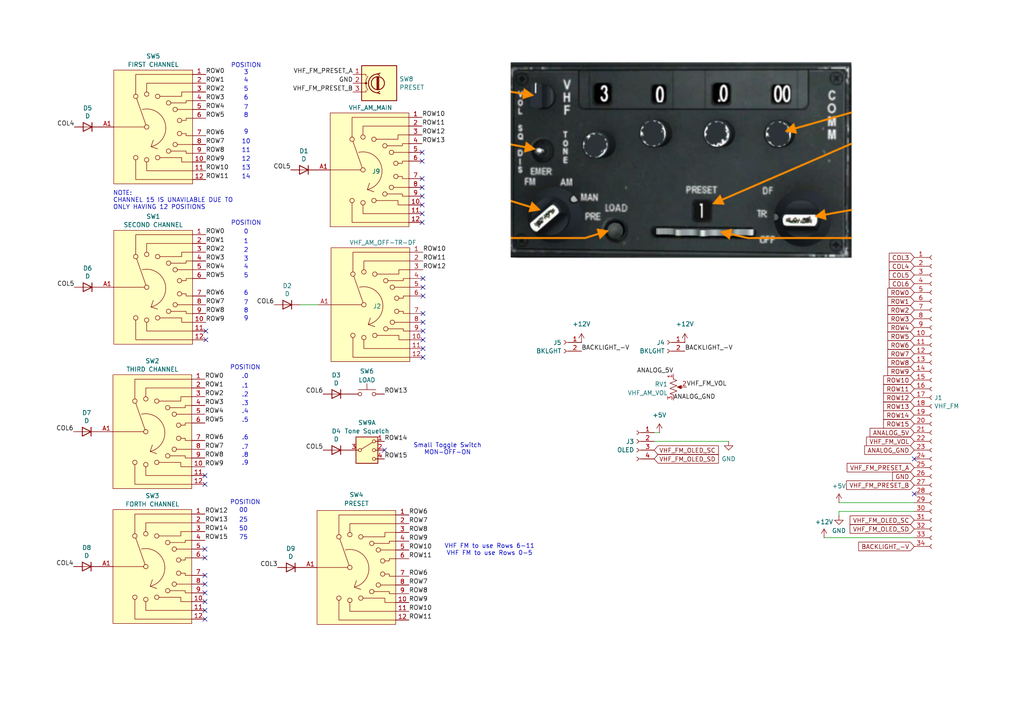
<source format=kicad_sch>
(kicad_sch (version 20231120) (generator "eeschema") (generator_version "8.0")
  (paper "A4")
  (title_block (date "2024-08-10"))
  (lib_symbols
    (symbol "Connector:Conn_01x02_Socket" (pin_names (offset 1.016) hide)
      (property "Reference" "J" (at 0 2.54 0))
      (property "Value" "Conn_01x02_Socket" (at 0 -5.08 0))
      (symbol "Conn_01x02_Socket_1_1"
        (arc (start 0 -2.032) (mid -0.5058 -2.54) (end 0 -3.048) (stroke (width 0.1524)))
        (polyline (pts (xy -1.27 -2.54) (xy -0.508 -2.54)) (stroke (width 0.1524)))
        (polyline (pts (xy -1.27 0) (xy -0.508 0)) (stroke (width 0.1524)))
        (arc (start 0 0.508) (mid -0.5058 0) (end 0 -0.508) (stroke (width 0.1524)))
        (pin passive line (at -5.08 0 0) (length 3.81) (name "Pin_1") (number "1"))
        (pin passive line (at -5.08 -2.54 0) (length 3.81) (name "Pin_2") (number "2"))
      )
    )
    (symbol "Connector:Conn_01x04_Socket" (pin_names (offset 1.016) hide)
      (property "Reference" "J" (at 0 5.08 0))
      (property "Value" "Conn_01x04_Socket" (at 0 -7.62 0))
      (symbol "Conn_01x04_Socket_1_1"
        (arc (start 0 -4.572) (mid -0.5058 -5.08) (end 0 -5.588) (stroke (width 0.1524)))
        (arc (start 0 -2.032) (mid -0.5058 -2.54) (end 0 -3.048) (stroke (width 0.1524)))
        (polyline (pts (xy -1.27 -5.08) (xy -0.508 -5.08)) (stroke (width 0.1524)))
        (polyline (pts (xy -1.27 -2.54) (xy -0.508 -2.54)) (stroke (width 0.1524)))
        (polyline (pts (xy -1.27 0) (xy -0.508 0)) (stroke (width 0.1524)))
        (polyline (pts (xy -1.27 2.54) (xy -0.508 2.54)) (stroke (width 0.1524)))
        (arc (start 0 0.508) (mid -0.5058 0) (end 0 -0.508) (stroke (width 0.1524)))
        (arc (start 0 3.048) (mid -0.5058 2.54) (end 0 2.032) (stroke (width 0.1524)))
        (pin passive line (at -5.08 2.54 0) (length 3.81) (name "Pin_1") (number "1"))
        (pin passive line (at -5.08 0 0) (length 3.81) (name "Pin_2") (number "2"))
        (pin passive line (at -5.08 -2.54 0) (length 3.81) (name "Pin_3") (number "3"))
        (pin passive line (at -5.08 -5.08 0) (length 3.81) (name "Pin_4") (number "4"))
      )
    )
    (symbol "Connector:Conn_01x34_Socket" (pin_names (offset 1.016) hide)
      (property "Reference" "J" (at 0 43.18 0))
      (property "Value" "Conn_01x34_Socket" (at 0 -45.72 0))
      (symbol "Conn_01x34_Socket_1_1"
        (arc (start 0 -42.672) (mid -0.5058 -43.18) (end 0 -43.688) (stroke (width 0.1524)))
        (arc (start 0 -40.132) (mid -0.5058 -40.64) (end 0 -41.148) (stroke (width 0.1524)))
        (arc (start 0 -37.592) (mid -0.5058 -38.1) (end 0 -38.608) (stroke (width 0.1524)))
        (arc (start 0 -35.052) (mid -0.5058 -35.56) (end 0 -36.068) (stroke (width 0.1524)))
        (arc (start 0 -32.512) (mid -0.5058 -33.02) (end 0 -33.528) (stroke (width 0.1524)))
        (arc (start 0 -29.972) (mid -0.5058 -30.48) (end 0 -30.988) (stroke (width 0.1524)))
        (arc (start 0 -27.432) (mid -0.5058 -27.94) (end 0 -28.448) (stroke (width 0.1524)))
        (arc (start 0 -24.892) (mid -0.5058 -25.4) (end 0 -25.908) (stroke (width 0.1524)))
        (arc (start 0 -22.352) (mid -0.5058 -22.86) (end 0 -23.368) (stroke (width 0.1524)))
        (arc (start 0 -19.812) (mid -0.5058 -20.32) (end 0 -20.828) (stroke (width 0.1524)))
        (arc (start 0 -17.272) (mid -0.5058 -17.78) (end 0 -18.288) (stroke (width 0.1524)))
        (arc (start 0 -14.732) (mid -0.5058 -15.24) (end 0 -15.748) (stroke (width 0.1524)))
        (arc (start 0 -12.192) (mid -0.5058 -12.7) (end 0 -13.208) (stroke (width 0.1524)))
        (arc (start 0 -9.652) (mid -0.5058 -10.16) (end 0 -10.668) (stroke (width 0.1524)))
        (arc (start 0 -7.112) (mid -0.5058 -7.62) (end 0 -8.128) (stroke (width 0.1524)))
        (arc (start 0 -4.572) (mid -0.5058 -5.08) (end 0 -5.588) (stroke (width 0.1524)))
        (arc (start 0 -2.032) (mid -0.5058 -2.54) (end 0 -3.048) (stroke (width 0.1524)))
        (polyline (pts (xy -1.27 -43.18) (xy -0.508 -43.18)) (stroke (width 0.1524)))
        (polyline (pts (xy -1.27 -40.64) (xy -0.508 -40.64)) (stroke (width 0.1524)))
        (polyline (pts (xy -1.27 -38.1) (xy -0.508 -38.1)) (stroke (width 0.1524)))
        (polyline (pts (xy -1.27 -35.56) (xy -0.508 -35.56)) (stroke (width 0.1524)))
        (polyline (pts (xy -1.27 -33.02) (xy -0.508 -33.02)) (stroke (width 0.1524)))
        (polyline (pts (xy -1.27 -30.48) (xy -0.508 -30.48)) (stroke (width 0.1524)))
        (polyline (pts (xy -1.27 -27.94) (xy -0.508 -27.94)) (stroke (width 0.1524)))
        (polyline (pts (xy -1.27 -25.4) (xy -0.508 -25.4)) (stroke (width 0.1524)))
        (polyline (pts (xy -1.27 -22.86) (xy -0.508 -22.86)) (stroke (width 0.1524)))
        (polyline (pts (xy -1.27 -20.32) (xy -0.508 -20.32)) (stroke (width 0.1524)))
        (polyline (pts (xy -1.27 -17.78) (xy -0.508 -17.78)) (stroke (width 0.1524)))
        (polyline (pts (xy -1.27 -15.24) (xy -0.508 -15.24)) (stroke (width 0.1524)))
        (polyline (pts (xy -1.27 -12.7) (xy -0.508 -12.7)) (stroke (width 0.1524)))
        (polyline (pts (xy -1.27 -10.16) (xy -0.508 -10.16)) (stroke (width 0.1524)))
        (polyline (pts (xy -1.27 -7.62) (xy -0.508 -7.62)) (stroke (width 0.1524)))
        (polyline (pts (xy -1.27 -5.08) (xy -0.508 -5.08)) (stroke (width 0.1524)))
        (polyline (pts (xy -1.27 -2.54) (xy -0.508 -2.54)) (stroke (width 0.1524)))
        (polyline (pts (xy -1.27 0) (xy -0.508 0)) (stroke (width 0.1524)))
        (polyline (pts (xy -1.27 2.54) (xy -0.508 2.54)) (stroke (width 0.1524)))
        (polyline (pts (xy -1.27 5.08) (xy -0.508 5.08)) (stroke (width 0.1524)))
        (polyline (pts (xy -1.27 7.62) (xy -0.508 7.62)) (stroke (width 0.1524)))
        (polyline (pts (xy -1.27 10.16) (xy -0.508 10.16)) (stroke (width 0.1524)))
        (polyline (pts (xy -1.27 12.7) (xy -0.508 12.7)) (stroke (width 0.1524)))
        (polyline (pts (xy -1.27 15.24) (xy -0.508 15.24)) (stroke (width 0.1524)))
        (polyline (pts (xy -1.27 17.78) (xy -0.508 17.78)) (stroke (width 0.1524)))
        (polyline (pts (xy -1.27 20.32) (xy -0.508 20.32)) (stroke (width 0.1524)))
        (polyline (pts (xy -1.27 22.86) (xy -0.508 22.86)) (stroke (width 0.1524)))
        (polyline (pts (xy -1.27 25.4) (xy -0.508 25.4)) (stroke (width 0.1524)))
        (polyline (pts (xy -1.27 27.94) (xy -0.508 27.94)) (stroke (width 0.1524)))
        (polyline (pts (xy -1.27 30.48) (xy -0.508 30.48)) (stroke (width 0.1524)))
        (polyline (pts (xy -1.27 33.02) (xy -0.508 33.02)) (stroke (width 0.1524)))
        (polyline (pts (xy -1.27 35.56) (xy -0.508 35.56)) (stroke (width 0.1524)))
        (polyline (pts (xy -1.27 38.1) (xy -0.508 38.1)) (stroke (width 0.1524)))
        (polyline (pts (xy -1.27 40.64) (xy -0.508 40.64)) (stroke (width 0.1524)))
        (arc (start 0 0.508) (mid -0.5058 0) (end 0 -0.508) (stroke (width 0.1524)))
        (arc (start 0 3.048) (mid -0.5058 2.54) (end 0 2.032) (stroke (width 0.1524)))
        (arc (start 0 5.588) (mid -0.5058 5.08) (end 0 4.572) (stroke (width 0.1524)))
        (arc (start 0 8.128) (mid -0.5058 7.62) (end 0 7.112) (stroke (width 0.1524)))
        (arc (start 0 10.668) (mid -0.5058 10.16) (end 0 9.652) (stroke (width 0.1524)))
        (arc (start 0 13.208) (mid -0.5058 12.7) (end 0 12.192) (stroke (width 0.1524)))
        (arc (start 0 15.748) (mid -0.5058 15.24) (end 0 14.732) (stroke (width 0.1524)))
        (arc (start 0 18.288) (mid -0.5058 17.78) (end 0 17.272) (stroke (width 0.1524)))
        (arc (start 0 20.828) (mid -0.5058 20.32) (end 0 19.812) (stroke (width 0.1524)))
        (arc (start 0 23.368) (mid -0.5058 22.86) (end 0 22.352) (stroke (width 0.1524)))
        (arc (start 0 25.908) (mid -0.5058 25.4) (end 0 24.892) (stroke (width 0.1524)))
        (arc (start 0 28.448) (mid -0.5058 27.94) (end 0 27.432) (stroke (width 0.1524)))
        (arc (start 0 30.988) (mid -0.5058 30.48) (end 0 29.972) (stroke (width 0.1524)))
        (arc (start 0 33.528) (mid -0.5058 33.02) (end 0 32.512) (stroke (width 0.1524)))
        (arc (start 0 36.068) (mid -0.5058 35.56) (end 0 35.052) (stroke (width 0.1524)))
        (arc (start 0 38.608) (mid -0.5058 38.1) (end 0 37.592) (stroke (width 0.1524)))
        (arc (start 0 41.148) (mid -0.5058 40.64) (end 0 40.132) (stroke (width 0.1524)))
        (pin passive line (at -5.08 40.64 0) (length 3.81) (name "Pin_1") (number "1"))
        (pin passive line (at -5.08 17.78 0) (length 3.81) (name "Pin_10") (number "10"))
        (pin passive line (at -5.08 15.24 0) (length 3.81) (name "Pin_11") (number "11"))
        (pin passive line (at -5.08 12.7 0) (length 3.81) (name "Pin_12") (number "12"))
        (pin passive line (at -5.08 10.16 0) (length 3.81) (name "Pin_13") (number "13"))
        (pin passive line (at -5.08 7.62 0) (length 3.81) (name "Pin_14") (number "14"))
        (pin passive line (at -5.08 5.08 0) (length 3.81) (name "Pin_15") (number "15"))
        (pin passive line (at -5.08 2.54 0) (length 3.81) (name "Pin_16") (number "16"))
        (pin passive line (at -5.08 0 0) (length 3.81) (name "Pin_17") (number "17"))
        (pin passive line (at -5.08 -2.54 0) (length 3.81) (name "Pin_18") (number "18"))
        (pin passive line (at -5.08 -5.08 0) (length 3.81) (name "Pin_19") (number "19"))
        (pin passive line (at -5.08 38.1 0) (length 3.81) (name "Pin_2") (number "2"))
        (pin passive line (at -5.08 -7.62 0) (length 3.81) (name "Pin_20") (number "20"))
        (pin passive line (at -5.08 -10.16 0) (length 3.81) (name "Pin_21") (number "21"))
        (pin passive line (at -5.08 -12.7 0) (length 3.81) (name "Pin_22") (number "22"))
        (pin passive line (at -5.08 -15.24 0) (length 3.81) (name "Pin_23") (number "23"))
        (pin passive line (at -5.08 -17.78 0) (length 3.81) (name "Pin_24") (number "24"))
        (pin passive line (at -5.08 -20.32 0) (length 3.81) (name "Pin_25") (number "25"))
        (pin passive line (at -5.08 -22.86 0) (length 3.81) (name "Pin_26") (number "26"))
        (pin passive line (at -5.08 -25.4 0) (length 3.81) (name "Pin_27") (number "27"))
        (pin passive line (at -5.08 -27.94 0) (length 3.81) (name "Pin_28") (number "28"))
        (pin passive line (at -5.08 -30.48 0) (length 3.81) (name "Pin_29") (number "29"))
        (pin passive line (at -5.08 35.56 0) (length 3.81) (name "Pin_3") (number "3"))
        (pin passive line (at -5.08 -33.02 0) (length 3.81) (name "Pin_30") (number "30"))
        (pin passive line (at -5.08 -35.56 0) (length 3.81) (name "Pin_31") (number "31"))
        (pin passive line (at -5.08 -38.1 0) (length 3.81) (name "Pin_32") (number "32"))
        (pin passive line (at -5.08 -40.64 0) (length 3.81) (name "Pin_33") (number "33"))
        (pin passive line (at -5.08 -43.18 0) (length 3.81) (name "Pin_34") (number "34"))
        (pin passive line (at -5.08 33.02 0) (length 3.81) (name "Pin_4") (number "4"))
        (pin passive line (at -5.08 30.48 0) (length 3.81) (name "Pin_5") (number "5"))
        (pin passive line (at -5.08 27.94 0) (length 3.81) (name "Pin_6") (number "6"))
        (pin passive line (at -5.08 25.4 0) (length 3.81) (name "Pin_7") (number "7"))
        (pin passive line (at -5.08 22.86 0) (length 3.81) (name "Pin_8") (number "8"))
        (pin passive line (at -5.08 20.32 0) (length 3.81) (name "Pin_9") (number "9"))
      )
    )
    (symbol "Device:D" (pin_numbers hide) (pin_names (offset 1.016) hide)
      (property "Reference" "D" (at 0 2.54 0))
      (property "Value" "D" (at 0 -2.54 0))
      (symbol "D_0_1"
        (polyline (pts (xy -1.27 1.27) (xy -1.27 -1.27)) (stroke (width 0.254)))
        (polyline (pts (xy 1.27 0) (xy -1.27 0)))
        (polyline (pts (xy 1.27 1.27) (xy 1.27 -1.27) (xy -1.27 0) (xy 1.27 1.27)) (stroke (width 0.254)))
      )
      (symbol "D_1_1"
        (pin passive line (at -3.81 0 0) (length 2.54) (name "K") (number "1"))
        (pin passive line (at 3.81 0 180) (length 2.54) (name "A") (number "2"))
      )
    )
    (symbol "Device:R_Potentiometer_US" (pin_names (offset 1.016) hide)
      (property "Reference" "RV" (at -4.445 0 90))
      (property "Value" "R_Potentiometer_US" (at -2.54 0 90))
      (symbol "R_Potentiometer_US_0_1"
        (polyline (pts (xy 0 -2.286) (xy 0 -2.54)))
        (polyline (pts (xy 0 2.54) (xy 0 2.286)))
        (polyline (pts (xy 2.54 0) (xy 1.524 0)))
        (polyline (pts (xy 1.143 0) (xy 2.286 0.508) (xy 2.286 -0.508) (xy 1.143 0)) (fill (type outline)))
        (polyline (pts (xy 0 -0.762) (xy 1.016 -1.143) (xy 0 -1.524) (xy -1.016 -1.905) (xy 0 -2.286)))
        (polyline (pts (xy 0 0.762) (xy 1.016 0.381) (xy 0 0) (xy -1.016 -0.381) (xy 0 -0.762)))
        (polyline (pts (xy 0 2.286) (xy 1.016 1.905) (xy 0 1.524) (xy -1.016 1.143) (xy 0 0.762)))
      )
      (symbol "R_Potentiometer_US_1_1"
        (pin passive line (at 0 3.81 270) (length 1.27) (name "1") (number "1"))
        (pin passive line (at 3.81 0 180) (length 1.27) (name "2") (number "2"))
        (pin passive line (at 0 -3.81 90) (length 1.27) (name "3") (number "3"))
      )
    )
    (symbol "RotaryEncoder_2" (pin_names (offset 0.254) hide)
      (property "Reference" "SW2" (at 5.842 0.8347 0))
      (property "Value" "ENCODER_2" (at 5.842 -1.7022 0))
      (symbol "RotaryEncoder_2_0_1"
        (rectangle (start -5.08 5.08) (end 5.08 -5.08) (stroke (width 0.254)) (fill (type background)))
        (circle (center -3.81 0) (radius 0.254) (fill (type outline)))
        (circle (center -0.381 0) (radius 1.905) (stroke (width 0.254)))
        (arc (start -0.381 2.667) (mid -3.0988 -0.0635) (end -0.381 -2.794) (stroke (width 0.254)))
        (polyline (pts (xy -0.635 -1.778) (xy -0.635 1.778)) (stroke (width 0.254)))
        (polyline (pts (xy -0.381 -1.778) (xy -0.381 1.778)) (stroke (width 0.254)))
        (polyline (pts (xy -0.127 1.778) (xy -0.127 -1.778)) (stroke (width 0.254)))
        (polyline (pts (xy -5.08 -2.54) (xy -3.81 -2.54) (xy -3.81 -2.032)))
        (polyline (pts (xy -5.08 2.54) (xy -3.81 2.54) (xy -3.81 2.032)))
        (polyline (pts (xy 0.254 -3.048) (xy -0.508 -2.794) (xy 0.127 -2.413)) (stroke (width 0.254)))
        (polyline (pts (xy 0.254 2.921) (xy -0.508 2.667) (xy 0.127 2.286)) (stroke (width 0.254)))
        (polyline (pts (xy -5.08 0) (xy -3.81 0) (xy -3.81 -1.016) (xy -3.302 -2.032)))
        (polyline (pts (xy -4.318 0) (xy -3.81 0) (xy -3.81 1.016) (xy -3.302 2.032)))
      )
      (symbol "RotaryEncoder_2_1_1"
        (pin passive line (at -7.62 2.54 0) (length 2.54) (name "1") (number "1"))
        (pin passive line (at -7.62 0 0) (length 2.54) (name "2") (number "2"))
        (pin passive line (at -7.62 -2.54 0) (length 2.54) (name "3") (number "3"))
      )
    )
    (symbol "SW_Rotary_1x12_1" (pin_names (offset 1.016) hide)
      (property "Reference" "SW" (at 0 17.78 0))
      (property "Value" "SW_Rotary_1x12" (at 0 -17.78 0))
      (symbol "SW_Rotary_1x12_1_0_0"
        (circle (center -5.08 -8.89) (radius 0.635))
        (circle (center -5.08 8.89) (radius 0.635))
        (circle (center -1.905 -9.525) (radius 0.635))
        (circle (center -1.905 0) (radius 0.635))
        (circle (center -1.905 9.525) (radius 0.635))
        (arc (start -0.635 -5.715) (mid 3.4777 0.949) (end -3.175 5.08))
        (polyline (pts (xy -2.1336 0.6096) (xy -4.826 8.2804)))
        (polyline (pts (xy -0.635 -5.715) (xy 0 -3.81)))
        (polyline (pts (xy -0.635 -5.715) (xy 1.27 -6.35)))
        (polyline (pts (xy 6.985 -5.08) (xy 11.43 -5.08)))
        (polyline (pts (xy 6.985 5.08) (xy 11.43 5.08)))
        (polyline (pts (xy -5.08 -9.525) (xy -5.08 -15.24) (xy 11.43 -15.24)))
        (polyline (pts (xy -5.08 9.525) (xy -5.08 15.24) (xy 11.43 15.24)))
        (polyline (pts (xy -1.905 -10.16) (xy -1.905 -12.7) (xy 11.43 -12.7)))
        (polyline (pts (xy -1.905 10.16) (xy -1.905 12.7) (xy 11.43 12.7)))
        (polyline (pts (xy 1.905 -8.89) (xy 8.255 -8.89) (xy 8.255 -10.16) (xy 11.43 -10.16)))
        (polyline (pts (xy 1.905 8.89) (xy 8.255 8.89) (xy 8.255 10.16) (xy 11.43 10.16)))
        (polyline (pts (xy 5.08 -6.985) (xy 9.525 -6.985) (xy 9.525 -7.62) (xy 11.43 -7.62)))
        (polyline (pts (xy 5.08 6.985) (xy 9.525 6.985) (xy 9.525 7.62) (xy 11.43 7.62)))
        (polyline (pts (xy 8.255 -1.905) (xy 9.525 -1.905) (xy 9.525 -2.54) (xy 11.43 -2.54)))
        (polyline (pts (xy 8.255 1.905) (xy 9.525 1.905) (xy 9.525 2.54) (xy 11.43 2.54)))
        (circle (center 1.27 -8.89) (radius 0.635))
        (circle (center 1.27 8.89) (radius 0.635))
        (circle (center 4.445 -6.985) (radius 0.635))
        (circle (center 4.445 6.985) (radius 0.635))
        (circle (center 6.35 -5.08) (radius 0.635))
        (circle (center 6.35 5.08) (radius 0.635))
        (circle (center 7.62 -1.905) (radius 0.635))
        (circle (center 7.62 1.905) (radius 0.635))
      )
      (symbol "SW_Rotary_1x12_1_1_1"
        (rectangle (start -11.43 16.51) (end 11.43 -16.51) (fill (type background)))
        (polyline (pts (xy -11.43 0) (xy -2.54 0)))
        (pin passive line (at 15.24 15.24 180) (length 3.81) (name "1") (number "1"))
        (pin passive line (at 15.24 -10.16 180) (length 3.81) (name "10") (number "10"))
        (pin passive line (at 15.24 -12.7 180) (length 3.81) (name "11") (number "11"))
        (pin passive line (at 15.24 -15.24 180) (length 3.81) (name "12") (number "12"))
        (pin passive line (at 15.24 12.7 180) (length 3.81) (name "2") (number "2"))
        (pin passive line (at 15.24 10.16 180) (length 3.81) (name "3") (number "3"))
        (pin passive line (at 15.24 7.62 180) (length 3.81) (name "4") (number "4"))
        (pin passive line (at 15.24 5.08 180) (length 3.81) (name "5") (number "5"))
        (pin passive line (at 15.24 2.54 180) (length 3.81) (name "6") (number "6"))
        (pin passive line (at 15.24 -2.54 180) (length 3.81) (name "7") (number "7"))
        (pin passive line (at 15.24 -5.08 180) (length 3.81) (name "8") (number "8"))
        (pin passive line (at 15.24 -7.62 180) (length 3.81) (name "9") (number "9"))
        (pin passive line (at -15.24 0 0) (length 3.81) (name "A1") (number "A1"))
      )
    )
    (symbol "SW_Rotary_1x12_2" (pin_names (offset 1.016) hide)
      (property "Reference" "SW" (at 0 17.78 0))
      (property "Value" "SW_Rotary_1x12" (at 0 -17.78 0))
      (symbol "SW_Rotary_1x12_2_0_0"
        (circle (center -5.08 -8.89) (radius 0.635))
        (circle (center -5.08 8.89) (radius 0.635))
        (circle (center -1.905 -9.525) (radius 0.635))
        (circle (center -1.905 0) (radius 0.635))
        (circle (center -1.905 9.525) (radius 0.635))
        (arc (start -0.635 -5.715) (mid 3.4777 0.949) (end -3.175 5.08))
        (polyline (pts (xy -2.1336 0.6096) (xy -4.826 8.2804)))
        (polyline (pts (xy -0.635 -5.715) (xy 0 -3.81)))
        (polyline (pts (xy -0.635 -5.715) (xy 1.27 -6.35)))
        (polyline (pts (xy 6.985 -5.08) (xy 11.43 -5.08)))
        (polyline (pts (xy 6.985 5.08) (xy 11.43 5.08)))
        (polyline (pts (xy -5.08 -9.525) (xy -5.08 -15.24) (xy 11.43 -15.24)))
        (polyline (pts (xy -5.08 9.525) (xy -5.08 15.24) (xy 11.43 15.24)))
        (polyline (pts (xy -1.905 -10.16) (xy -1.905 -12.7) (xy 11.43 -12.7)))
        (polyline (pts (xy -1.905 10.16) (xy -1.905 12.7) (xy 11.43 12.7)))
        (polyline (pts (xy 1.905 -8.89) (xy 8.255 -8.89) (xy 8.255 -10.16) (xy 11.43 -10.16)))
        (polyline (pts (xy 1.905 8.89) (xy 8.255 8.89) (xy 8.255 10.16) (xy 11.43 10.16)))
        (polyline (pts (xy 5.08 -6.985) (xy 9.525 -6.985) (xy 9.525 -7.62) (xy 11.43 -7.62)))
        (polyline (pts (xy 5.08 6.985) (xy 9.525 6.985) (xy 9.525 7.62) (xy 11.43 7.62)))
        (polyline (pts (xy 8.255 -1.905) (xy 9.525 -1.905) (xy 9.525 -2.54) (xy 11.43 -2.54)))
        (polyline (pts (xy 8.255 1.905) (xy 9.525 1.905) (xy 9.525 2.54) (xy 11.43 2.54)))
        (circle (center 1.27 -8.89) (radius 0.635))
        (circle (center 1.27 8.89) (radius 0.635))
        (circle (center 4.445 -6.985) (radius 0.635))
        (circle (center 4.445 6.985) (radius 0.635))
        (circle (center 6.35 -5.08) (radius 0.635))
        (circle (center 6.35 5.08) (radius 0.635))
        (circle (center 7.62 -1.905) (radius 0.635))
        (circle (center 7.62 1.905) (radius 0.635))
      )
      (symbol "SW_Rotary_1x12_2_1_1"
        (rectangle (start -11.43 16.51) (end 11.43 -16.51) (fill (type background)))
        (polyline (pts (xy -11.43 0) (xy -2.54 0)))
        (pin passive line (at 15.24 15.24 180) (length 3.81) (name "1") (number "1"))
        (pin passive line (at 15.24 -10.16 180) (length 3.81) (name "10") (number "10"))
        (pin passive line (at 15.24 -12.7 180) (length 3.81) (name "11") (number "11"))
        (pin passive line (at 15.24 -15.24 180) (length 3.81) (name "12") (number "12"))
        (pin passive line (at 15.24 12.7 180) (length 3.81) (name "2") (number "2"))
        (pin passive line (at 15.24 10.16 180) (length 3.81) (name "3") (number "3"))
        (pin passive line (at 15.24 7.62 180) (length 3.81) (name "4") (number "4"))
        (pin passive line (at 15.24 5.08 180) (length 3.81) (name "5") (number "5"))
        (pin passive line (at 15.24 2.54 180) (length 3.81) (name "6") (number "6"))
        (pin passive line (at 15.24 -2.54 180) (length 3.81) (name "7") (number "7"))
        (pin passive line (at 15.24 -5.08 180) (length 3.81) (name "8") (number "8"))
        (pin passive line (at 15.24 -7.62 180) (length 3.81) (name "9") (number "9"))
        (pin passive line (at -15.24 0 0) (length 3.81) (name "A1") (number "A1"))
      )
    )
    (symbol "SW_Rotary_1x12_3" (pin_names (offset 1.016) hide)
      (property "Reference" "SW" (at 0 17.78 0))
      (property "Value" "SW_Rotary_1x12" (at 0 -17.78 0))
      (symbol "SW_Rotary_1x12_3_0_0"
        (circle (center -5.08 -8.89) (radius 0.635))
        (circle (center -5.08 8.89) (radius 0.635))
        (circle (center -1.905 -9.525) (radius 0.635))
        (circle (center -1.905 0) (radius 0.635))
        (circle (center -1.905 9.525) (radius 0.635))
        (arc (start -0.635 -5.715) (mid 3.4777 0.949) (end -3.175 5.08))
        (polyline (pts (xy -2.1336 0.6096) (xy -4.826 8.2804)))
        (polyline (pts (xy -0.635 -5.715) (xy 0 -3.81)))
        (polyline (pts (xy -0.635 -5.715) (xy 1.27 -6.35)))
        (polyline (pts (xy 6.985 -5.08) (xy 11.43 -5.08)))
        (polyline (pts (xy 6.985 5.08) (xy 11.43 5.08)))
        (polyline (pts (xy -5.08 -9.525) (xy -5.08 -15.24) (xy 11.43 -15.24)))
        (polyline (pts (xy -5.08 9.525) (xy -5.08 15.24) (xy 11.43 15.24)))
        (polyline (pts (xy -1.905 -10.16) (xy -1.905 -12.7) (xy 11.43 -12.7)))
        (polyline (pts (xy -1.905 10.16) (xy -1.905 12.7) (xy 11.43 12.7)))
        (polyline (pts (xy 1.905 -8.89) (xy 8.255 -8.89) (xy 8.255 -10.16) (xy 11.43 -10.16)))
        (polyline (pts (xy 1.905 8.89) (xy 8.255 8.89) (xy 8.255 10.16) (xy 11.43 10.16)))
        (polyline (pts (xy 5.08 -6.985) (xy 9.525 -6.985) (xy 9.525 -7.62) (xy 11.43 -7.62)))
        (polyline (pts (xy 5.08 6.985) (xy 9.525 6.985) (xy 9.525 7.62) (xy 11.43 7.62)))
        (polyline (pts (xy 8.255 -1.905) (xy 9.525 -1.905) (xy 9.525 -2.54) (xy 11.43 -2.54)))
        (polyline (pts (xy 8.255 1.905) (xy 9.525 1.905) (xy 9.525 2.54) (xy 11.43 2.54)))
        (circle (center 1.27 -8.89) (radius 0.635))
        (circle (center 1.27 8.89) (radius 0.635))
        (circle (center 4.445 -6.985) (radius 0.635))
        (circle (center 4.445 6.985) (radius 0.635))
        (circle (center 6.35 -5.08) (radius 0.635))
        (circle (center 6.35 5.08) (radius 0.635))
        (circle (center 7.62 -1.905) (radius 0.635))
        (circle (center 7.62 1.905) (radius 0.635))
      )
      (symbol "SW_Rotary_1x12_3_1_1"
        (rectangle (start -11.43 16.51) (end 11.43 -16.51) (fill (type background)))
        (polyline (pts (xy -11.43 0) (xy -2.54 0)))
        (pin passive line (at 15.24 15.24 180) (length 3.81) (name "1") (number "1"))
        (pin passive line (at 15.24 -10.16 180) (length 3.81) (name "10") (number "10"))
        (pin passive line (at 15.24 -12.7 180) (length 3.81) (name "11") (number "11"))
        (pin passive line (at 15.24 -15.24 180) (length 3.81) (name "12") (number "12"))
        (pin passive line (at 15.24 12.7 180) (length 3.81) (name "2") (number "2"))
        (pin passive line (at 15.24 10.16 180) (length 3.81) (name "3") (number "3"))
        (pin passive line (at 15.24 7.62 180) (length 3.81) (name "4") (number "4"))
        (pin passive line (at 15.24 5.08 180) (length 3.81) (name "5") (number "5"))
        (pin passive line (at 15.24 2.54 180) (length 3.81) (name "6") (number "6"))
        (pin passive line (at 15.24 -2.54 180) (length 3.81) (name "7") (number "7"))
        (pin passive line (at 15.24 -5.08 180) (length 3.81) (name "8") (number "8"))
        (pin passive line (at 15.24 -7.62 180) (length 3.81) (name "9") (number "9"))
        (pin passive line (at -15.24 0 0) (length 3.81) (name "A1") (number "A1"))
      )
    )
    (symbol "Switch:SW_DP3T" (pin_names (offset 0) hide)
      (property "Reference" "SW" (at 0 5.08 0))
      (property "Value" "SW_DP3T" (at 0 -5.08 0))
      (symbol "SW_DP3T_0_1"
        (rectangle (start -3.175 3.81) (end 3.175 -3.81) (stroke (width 0.254)) (fill (type background)))
        (circle (center -2.032 0) (radius 0.4572))
        (polyline (pts (xy -1.651 0.254) (xy 1.651 2.286)))
        (circle (center 2.032 -2.54) (radius 0.4572))
        (circle (center 2.032 0) (radius 0.4572))
        (circle (center 2.032 2.54) (radius 0.4572))
      )
      (symbol "SW_DP3T_1_1"
        (pin passive line (at 5.08 2.54 180) (length 2.54) (name "1") (number "1"))
        (pin passive line (at 5.08 0 180) (length 2.54) (name "2") (number "2"))
        (pin passive line (at -5.08 0 0) (length 2.54) (name "3") (number "3"))
        (pin passive line (at 5.08 -2.54 180) (length 2.54) (name "4") (number "4"))
      )
      (symbol "SW_DP3T_2_1"
        (pin passive line (at 5.08 2.54 180) (length 2.54) (name "5") (number "5"))
        (pin passive line (at 5.08 0 180) (length 2.54) (name "6") (number "6"))
        (pin passive line (at -5.08 0 0) (length 2.54) (name "7") (number "7"))
        (pin passive line (at 5.08 -2.54 180) (length 2.54) (name "8") (number "8"))
      )
    )
    (symbol "Switch:SW_Push" (pin_numbers hide) (pin_names (offset 1.016) hide)
      (property "Reference" "SW" (at 1.27 2.54 0))
      (property "Value" "SW_Push" (at 0 -1.524 0))
      (symbol "SW_Push_0_1"
        (circle (center -2.032 0) (radius 0.508))
        (polyline (pts (xy 0 1.27) (xy 0 3.048)))
        (polyline (pts (xy 2.54 1.27) (xy -2.54 1.27)))
        (circle (center 2.032 0) (radius 0.508))
        (pin passive line (at -5.08 0 0) (length 2.54) (name "1") (number "1"))
        (pin passive line (at 5.08 0 180) (length 2.54) (name "2") (number "2"))
      )
    )
    (symbol "Switch:SW_Rotary_1x12" (pin_names (offset 1.016) hide)
      (property "Reference" "SW" (at 0 17.78 0))
      (property "Value" "SW_Rotary_1x12" (at 0 -17.78 0))
      (symbol "SW_Rotary_1x12_0_0"
        (circle (center -5.08 -8.89) (radius 0.635))
        (circle (center -5.08 8.89) (radius 0.635))
        (circle (center -1.905 -9.525) (radius 0.635))
        (circle (center -1.905 0) (radius 0.635))
        (circle (center -1.905 9.525) (radius 0.635))
        (arc (start -0.635 -5.715) (mid 3.4777 0.949) (end -3.175 5.08))
        (polyline (pts (xy -2.1336 0.6096) (xy -4.826 8.2804)))
        (polyline (pts (xy -0.635 -5.715) (xy 0 -3.81)))
        (polyline (pts (xy -0.635 -5.715) (xy 1.27 -6.35)))
        (polyline (pts (xy 6.985 -5.08) (xy 11.43 -5.08)))
        (polyline (pts (xy 6.985 5.08) (xy 11.43 5.08)))
        (polyline (pts (xy -5.08 -9.525) (xy -5.08 -15.24) (xy 11.43 -15.24)))
        (polyline (pts (xy -5.08 9.525) (xy -5.08 15.24) (xy 11.43 15.24)))
        (polyline (pts (xy -1.905 -10.16) (xy -1.905 -12.7) (xy 11.43 -12.7)))
        (polyline (pts (xy -1.905 10.16) (xy -1.905 12.7) (xy 11.43 12.7)))
        (polyline (pts (xy 1.905 -8.89) (xy 8.255 -8.89) (xy 8.255 -10.16) (xy 11.43 -10.16)))
        (polyline (pts (xy 1.905 8.89) (xy 8.255 8.89) (xy 8.255 10.16) (xy 11.43 10.16)))
        (polyline (pts (xy 5.08 -6.985) (xy 9.525 -6.985) (xy 9.525 -7.62) (xy 11.43 -7.62)))
        (polyline (pts (xy 5.08 6.985) (xy 9.525 6.985) (xy 9.525 7.62) (xy 11.43 7.62)))
        (polyline (pts (xy 8.255 -1.905) (xy 9.525 -1.905) (xy 9.525 -2.54) (xy 11.43 -2.54)))
        (polyline (pts (xy 8.255 1.905) (xy 9.525 1.905) (xy 9.525 2.54) (xy 11.43 2.54)))
        (circle (center 1.27 -8.89) (radius 0.635))
        (circle (center 1.27 8.89) (radius 0.635))
        (circle (center 4.445 -6.985) (radius 0.635))
        (circle (center 4.445 6.985) (radius 0.635))
        (circle (center 6.35 -5.08) (radius 0.635))
        (circle (center 6.35 5.08) (radius 0.635))
        (circle (center 7.62 -1.905) (radius 0.635))
        (circle (center 7.62 1.905) (radius 0.635))
      )
      (symbol "SW_Rotary_1x12_1_1"
        (rectangle (start -11.43 16.51) (end 11.43 -16.51) (fill (type background)))
        (polyline (pts (xy -11.43 0) (xy -2.54 0)))
        (pin passive line (at 15.24 15.24 180) (length 3.81) (name "1") (number "1"))
        (pin passive line (at 15.24 -10.16 180) (length 3.81) (name "10") (number "10"))
        (pin passive line (at 15.24 -12.7 180) (length 3.81) (name "11") (number "11"))
        (pin passive line (at 15.24 -15.24 180) (length 3.81) (name "12") (number "12"))
        (pin passive line (at 15.24 12.7 180) (length 3.81) (name "2") (number "2"))
        (pin passive line (at 15.24 10.16 180) (length 3.81) (name "3") (number "3"))
        (pin passive line (at 15.24 7.62 180) (length 3.81) (name "4") (number "4"))
        (pin passive line (at 15.24 5.08 180) (length 3.81) (name "5") (number "5"))
        (pin passive line (at 15.24 2.54 180) (length 3.81) (name "6") (number "6"))
        (pin passive line (at 15.24 -2.54 180) (length 3.81) (name "7") (number "7"))
        (pin passive line (at 15.24 -5.08 180) (length 3.81) (name "8") (number "8"))
        (pin passive line (at 15.24 -7.62 180) (length 3.81) (name "9") (number "9"))
        (pin passive line (at -15.24 0 0) (length 3.81) (name "A1") (number "A1"))
      )
    )
    (symbol "power:+12V" (power) (pin_numbers hide) (pin_names (offset 0) hide)
      (property "Value" "+12V" (at 0 3.556 0))
      (symbol "+12V_0_1"
        (polyline (pts (xy -0.762 1.27) (xy 0 2.54)))
        (polyline (pts (xy 0 0) (xy 0 2.54)))
        (polyline (pts (xy 0 2.54) (xy 0.762 1.27)))
      )
      (symbol "+12V_1_1"
        (pin power_in line (at 0 0 90) (length 0) (name "~") (number "1"))
      )
    )
    (symbol "power:+5V" (power) (pin_numbers hide) (pin_names (offset 0) hide)
      (property "Value" "+5V" (at 0 3.556 0))
      (symbol "+5V_0_1"
        (polyline (pts (xy -0.762 1.27) (xy 0 2.54)))
        (polyline (pts (xy 0 0) (xy 0 2.54)))
        (polyline (pts (xy 0 2.54) (xy 0.762 1.27)))
      )
      (symbol "+5V_1_1"
        (pin power_in line (at 0 0 90) (length 0) (name "~") (number "1"))
      )
    )
    (symbol "power:GND" (power) (pin_numbers hide) (pin_names (offset 0) hide)
      (property "Value" "GND" (at 0 -3.81 0))
      (symbol "GND_0_1"
        (polyline (pts (xy 0 0) (xy 0 -1.27) (xy 1.27 -1.27) (xy 0 -2.54) (xy -1.27 -1.27) (xy 0 -1.27)))
      )
      (symbol "GND_1_1"
        (pin power_in line (at 0 0 270) (length 0) (name "~") (number "1"))
      )
    )
  )
  (no_connect (at 59.436 159.258))
  (no_connect (at 122.428 56.896))
  (no_connect (at 59.69 98.552))
  (no_connect (at 265.176 133.096))
  (no_connect (at 122.682 96.012))
  (no_connect (at 122.682 101.092))
  (no_connect (at 122.428 54.356))
  (no_connect (at 122.682 80.772))
  (no_connect (at 122.682 98.552))
  (no_connect (at 59.436 169.418))
  (no_connect (at 59.436 137.922))
  (no_connect (at 122.428 46.736))
  (no_connect (at 122.428 61.976))
  (no_connect (at 59.436 177.038))
  (no_connect (at 122.682 85.852))
  (no_connect (at 59.436 140.462))
  (no_connect (at 265.176 143.256))
  (no_connect (at 59.436 166.878))
  (no_connect (at 122.428 64.516))
  (no_connect (at 122.682 93.472))
  (no_connect (at 59.436 179.578))
  (no_connect (at 122.682 103.632))
  (no_connect (at 59.436 161.798))
  (no_connect (at 122.428 44.196))
  (no_connect (at 122.682 90.932))
  (no_connect (at 122.428 51.816))
  (no_connect (at 59.436 171.958))
  (no_connect (at 122.682 83.312))
  (no_connect (at 59.436 174.498))
  (no_connect (at 111.506 130.556))
  (no_connect (at 122.428 59.436))
  (no_connect (at 59.69 96.012))
  (wire (pts (xy 239.014 155.956) (xy 265.176 155.956)))
  (wire (pts (xy 243.332 148.336) (xy 265.176 148.336)))
  (wire (pts (xy 243.332 149.606) (xy 243.332 148.336)))
  (wire (pts (xy 87.122 88.392) (xy 92.202 88.392)))
  (wire (pts (xy 243.332 145.796) (xy 265.176 145.796)))
  (wire (pts (xy 189.738 125.476) (xy 191.262 125.476)))
  (wire (pts (xy 189.738 128.016) (xy 211.328 128.016)))
  (image (at 197.612 46.482) (scale 2.1693))
  (text "13" (at 71.374 48.768 0) (effects (font (size 1.27 1.27))))
  (text "9" (at 71.374 92.456 0) (effects (font (size 1.27 1.27))))
  (text "9" (at 71.374 38.354 0) (effects (font (size 1.27 1.27))))
  (text "6" (at 71.374 85.09 0) (effects (font (size 1.27 1.27))))
  (text ".2" (at 71.12 114.554 0) (effects (font (size 1.27 1.27))))
  (text ".4" (at 71.12 119.38 0) (effects (font (size 1.27 1.27))))
  (text "VHF FM to use Rows 6-11\nVHF FM to use Rows 0-5" (at 141.986 159.512 0) (effects (font (size 1.27 1.27))))
  (text "8" (at 71.374 90.17 0) (effects (font (size 1.27 1.27))))
  (text "25" (at 70.612 150.876 0) (effects (font (size 1.27 1.27))))
  (text "7" (at 71.374 31.242 0) (effects (font (size 1.27 1.27))))
  (text ".5" (at 71.12 121.92 0) (effects (font (size 1.27 1.27))))
  (text "12" (at 71.374 46.228 0) (effects (font (size 1.27 1.27))))
  (text "3" (at 71.374 75.184 0) (effects (font (size 1.27 1.27))))
  (text ".0" (at 71.12 109.22 0) (effects (font (size 1.27 1.27))))
  (text "0" (at 71.374 67.31 0) (effects (font (size 1.27 1.27))))
  (text "2" (at 71.374 72.644 0) (effects (font (size 1.27 1.27))))
  (text "NOTE:\nCHANNEL 15 IS UNAVILABLE DUE TO\nONLY HAVING 12 POSITIONS" (at 32.766 55.372 0) (effects (font (size 1.27 1.27)) (justify left top)))
  (text "POSITION" (at 71.374 19.05 0) (effects (font (size 1.27 1.27))))
  (text ".7" (at 71.12 129.794 0) (effects (font (size 1.27 1.27))))
  (text "75" (at 70.612 155.956 0) (effects (font (size 1.27 1.27))))
  (text "10" (at 71.374 41.148 0) (effects (font (size 1.27 1.27))))
  (text "POSITION" (at 71.12 145.796 0) (effects (font (size 1.27 1.27))))
  (text "1" (at 71.374 70.104 0) (effects (font (size 1.27 1.27))))
  (text "00" (at 70.612 148.082 0) (effects (font (size 1.27 1.27))))
  (text "5" (at 71.374 80.01 0) (effects (font (size 1.27 1.27))))
  (text "14" (at 71.374 51.308 0) (effects (font (size 1.27 1.27))))
  (text "POSITION" (at 71.374 64.77 0) (effects (font (size 1.27 1.27))))
  (text ".3" (at 71.12 117.094 0) (effects (font (size 1.27 1.27))))
  (text "POSITION" (at 71.12 106.68 0) (effects (font (size 1.27 1.27))))
  (text ".8" (at 71.12 132.08 0) (effects (font (size 1.27 1.27))))
  (text ".9" (at 71.12 134.366 0) (effects (font (size 1.27 1.27))))
  (text "8" (at 71.374 33.528 0) (effects (font (size 1.27 1.27))))
  (text ".1" (at 71.12 112.014 0) (effects (font (size 1.27 1.27))))
  (text "5" (at 71.374 25.908 0) (effects (font (size 1.27 1.27))))
  (text "7" (at 71.374 87.884 0) (effects (font (size 1.27 1.27))))
  (text "4" (at 71.374 23.368 0) (effects (font (size 1.27 1.27))))
  (text "3" (at 71.374 21.082 0) (effects (font (size 1.27 1.27))))
  (text "11" (at 71.374 43.688 0) (effects (font (size 1.27 1.27))))
  (text "50" (at 70.612 153.416 0) (effects (font (size 1.27 1.27))))
  (text "Small Toggle Switch\nMON-OFF-ON" (at 129.794 130.302 0) (effects (font (size 1.27 1.27))))
  (text ".6" (at 71.12 127 0) (effects (font (size 1.27 1.27))))
  (text "4" (at 71.374 77.47 0) (effects (font (size 1.27 1.27))))
  (text "6" (at 71.374 28.448 0) (effects (font (size 1.27 1.27))))
  (label "ROW7" (at 59.69 88.392 0))
  (label "ROW6" (at 59.69 39.37 0))
  (label "VHF_FM_PRESET_B" (at 102.362 26.67 180))
  (label "COL3" (at 80.518 164.592 180))
  (label "ANALOG_GND" (at 195.326 116.078 0))
  (label "ROW11" (at 59.69 52.07 0))
  (label "ROW10" (at 122.682 73.152 0))
  (label "ROW10" (at 122.428 34.036 0))
  (label "ROW15" (at 111.506 133.096 0))
  (label "ROW8" (at 59.436 132.842 0))
  (label "ROW10" (at 118.618 177.292 0))
  (label "ROW10" (at 59.69 49.53 0))
  (label "ROW1" (at 59.69 70.612 0))
  (label "ROW11" (at 118.618 179.832 0))
  (label "ROW6" (at 118.618 167.132 0))
  (label "COL4" (at 21.336 164.338 180))
  (label "ROW15" (at 59.436 156.718 0))
  (label "ROW7" (at 118.618 151.892 0))
  (label "ROW4" (at 59.69 78.232 0))
  (label "COL5" (at 93.726 130.556 180))
  (label "COL5" (at 84.328 49.276 180))
  (label "ROW3" (at 59.69 29.21 0))
  (label "ROW7" (at 118.618 169.672 0))
  (label "COL5" (at 21.59 83.312 180))
  (label "ROW0" (at 59.69 68.072 0))
  (label "ROW0" (at 59.69 21.59 0))
  (label "ROW1" (at 59.436 112.522 0))
  (label "ROW9" (at 59.69 93.472 0))
  (label "BACKLIGHT_-V" (at 198.628 101.854 0))
  (label "ROW11" (at 122.428 36.576 0))
  (label "COL6" (at 93.726 114.3 180))
  (label "ROW8" (at 59.69 90.932 0))
  (label "COL4" (at 21.59 36.83 180))
  (label "ROW2" (at 59.436 115.062 0))
  (label "ROW12" (at 122.428 39.116 0))
  (label "ROW7" (at 59.436 130.302 0))
  (label "ROW11" (at 118.618 162.052 0))
  (label "ROW8" (at 118.618 154.432 0))
  (label "ROW6" (at 59.436 127.762 0))
  (label "ROW2" (at 59.69 26.67 0))
  (label "COL6" (at 21.336 125.222 180))
  (label "ROW12" (at 122.682 78.232 0))
  (label "ROW5" (at 59.69 80.772 0))
  (label "ROW13" (at 59.436 151.638 0))
  (label "GND" (at 102.362 24.13 180))
  (label "ROW10" (at 118.618 159.512 0))
  (label "ROW5" (at 59.436 122.682 0))
  (label "ROW9" (at 59.69 46.99 0))
  (label "ROW8" (at 59.69 44.45 0))
  (label "ROW9" (at 118.618 156.972 0))
  (label "ROW13" (at 111.506 114.3 0))
  (label "ROW3" (at 59.436 117.602 0))
  (label "ROW14" (at 59.436 154.178 0))
  (label "ROW11" (at 122.682 75.692 0))
  (label "COL6" (at 79.502 88.392 180))
  (label "ROW0" (at 59.436 109.982 0))
  (label "ROW12" (at 59.436 149.098 0))
  (label "ROW6" (at 59.69 85.852 0))
  (label "ROW9" (at 59.436 135.382 0))
  (label "ROW7" (at 59.69 41.91 0))
  (label "ROW4" (at 59.436 120.142 0))
  (label "ROW4" (at 59.69 31.75 0))
  (label "ROW13" (at 122.428 41.656 0))
  (label "ROW8" (at 118.618 172.212 0))
  (label "ROW6" (at 118.618 149.352 0))
  (label "BACKLIGHT_-V" (at 168.656 101.854 0))
  (label "ROW9" (at 118.618 174.752 0))
  (label "ANALOG_5V" (at 195.326 108.458 180))
  (label "VHF_FM_VOL" (at 199.136 112.268 0))
  (label "ROW2" (at 59.69 73.152 0))
  (label "ROW1" (at 59.69 24.13 0))
  (label "VHF_FM_PRESET_A" (at 102.362 21.59 180))
  (label "ROW3" (at 59.69 75.692 0))
  (label "ROW5" (at 59.69 34.29 0))
  (label "ROW14" (at 111.506 128.016 0))
  (global_label "COL6" (shape input) (at 265.176 82.296 180) (property "Intersheetrefs" "${INTERSHEET_REFS}" (effects (hide yes))))
  (global_label "VHF_FM_VOL" (shape input) (at 265.176 128.016 180) (property "Intersheetrefs" "${INTERSHEET_REFS}" (effects (hide yes))))
  (global_label "ROW6" (shape input) (at 265.176 100.076 180) (property "Intersheetrefs" "${INTERSHEET_REFS}" (effects (hide yes))))
  (global_label "ANALOG_5V" (shape input) (at 265.176 125.476 180) (property "Intersheetrefs" "${INTERSHEET_REFS}" (effects (hide yes))))
  (global_label "ROW1" (shape input) (at 265.176 87.376 180) (property "Intersheetrefs" "${INTERSHEET_REFS}" (effects (hide yes))))
  (global_label "ANALOG_GND" (shape input) (at 265.176 130.556 180) (property "Intersheetrefs" "${INTERSHEET_REFS}" (effects (hide yes))))
  (global_label "ROW4" (shape input) (at 265.176 94.996 180) (property "Intersheetrefs" "${INTERSHEET_REFS}" (effects (hide yes))))
  (global_label "COL4" (shape input) (at 265.176 77.216 180) (property "Intersheetrefs" "${INTERSHEET_REFS}" (effects (hide yes))))
  (global_label "ROW7" (shape input) (at 265.176 102.616 180) (property "Intersheetrefs" "${INTERSHEET_REFS}" (effects (hide yes))))
  (global_label "ROW0" (shape input) (at 265.176 84.836 180) (property "Intersheetrefs" "${INTERSHEET_REFS}" (effects (hide yes))))
  (global_label "ROW12" (shape input) (at 265.176 115.316 180) (property "Intersheetrefs" "${INTERSHEET_REFS}" (effects (hide yes))))
  (global_label "ROW15" (shape input) (at 265.176 122.936 180) (property "Intersheetrefs" "${INTERSHEET_REFS}" (effects (hide yes))))
  (global_label "BACKLIGHT_-V" (shape input) (at 265.176 158.496 180) (property "Intersheetrefs" "${INTERSHEET_REFS}" (effects (hide yes))))
  (global_label "VHF_FM_OLED_SC" (shape input) (at 265.176 150.876 180) (property "Intersheetrefs" "${INTERSHEET_REFS}" (effects (hide yes))))
  (global_label "ROW14" (shape input) (at 265.176 120.396 180) (property "Intersheetrefs" "${INTERSHEET_REFS}" (effects (hide yes))))
  (global_label "VHF_FM_OLED_SD" (shape input) (at 189.738 133.096 0) (property "Intersheetrefs" "${INTERSHEET_REFS}" (effects (hide yes))))
  (global_label "ROW3" (shape input) (at 265.176 92.456 180) (property "Intersheetrefs" "${INTERSHEET_REFS}" (effects (hide yes))))
  (global_label "ROW11" (shape input) (at 265.176 112.776 180) (property "Intersheetrefs" "${INTERSHEET_REFS}" (effects (hide yes))))
  (global_label "VHF_FM_OLED_SC" (shape input) (at 189.738 130.556 0) (property "Intersheetrefs" "${INTERSHEET_REFS}" (effects (hide yes))))
  (global_label "COL5" (shape input) (at 265.176 79.756 180) (property "Intersheetrefs" "${INTERSHEET_REFS}" (effects (hide yes))))
  (global_label "ROW8" (shape input) (at 265.176 105.156 180) (property "Intersheetrefs" "${INTERSHEET_REFS}" (effects (hide yes))))
  (global_label "GND" (shape input) (at 265.176 138.176 180) (property "Intersheetrefs" "${INTERSHEET_REFS}" (effects (hide yes))))
  (global_label "VHF_FM_PRESET_A" (shape input) (at 265.176 135.636 180) (property "Intersheetrefs" "${INTERSHEET_REFS}" (effects (hide yes))))
  (global_label "ROW5" (shape input) (at 265.176 97.536 180) (property "Intersheetrefs" "${INTERSHEET_REFS}" (effects (hide yes))))
  (global_label "ROW9" (shape input) (at 265.176 107.696 180) (property "Intersheetrefs" "${INTERSHEET_REFS}" (effects (hide yes))))
  (global_label "ROW13" (shape input) (at 265.176 117.856 180) (property "Intersheetrefs" "${INTERSHEET_REFS}" (effects (hide yes))))
  (global_label "ROW10" (shape input) (at 265.176 110.236 180) (property "Intersheetrefs" "${INTERSHEET_REFS}" (effects (hide yes))))
  (global_label "ROW2" (shape input) (at 265.176 89.916 180) (property "Intersheetrefs" "${INTERSHEET_REFS}" (effects (hide yes))))
  (global_label "VHF_FM_OLED_SD" (shape input) (at 265.176 153.416 180) (property "Intersheetrefs" "${INTERSHEET_REFS}" (effects (hide yes))))
  (global_label "COL3" (shape input) (at 265.176 74.676 180) (property "Intersheetrefs" "${INTERSHEET_REFS}" (effects (hide yes))))
  (global_label "VHF_FM_PRESET_B" (shape input) (at 265.176 140.716 180) (property "Intersheetrefs" "${INTERSHEET_REFS}" (effects (hide yes))))
  (symbol (lib_id "Switch:SW_Rotary_1x12") (at 107.188 49.276 0) (unit 1)
    (property "Reference" "J9" (at 107.8992 49.7113 0) (effects (justify left)))
    (property "Value" "VHF_AM_MAIN" (at 101.092 31.242 0) (effects (justify left)))
    (property "Footprint" "Footprint Library:ALPHA 12 POS" (effects (hide yes)))
    (property "Datasheet" "http://cdn-reichelt.de/documents/datenblatt/C200/DS-Serie%23LOR.pdf" (effects (hide yes)))
    (property "Description" "rotary switch with 12 positions" (effects (hide yes)))
  )
  (symbol (lib_id "power:+12V") (at 198.628 99.314 0) (unit 1)
    (property "Reference" "#PWR05" (effects (hide yes)))
    (property "Value" "+12V" (at 198.628 93.98 0))
    (property "Description" "Power symbol creates a global label with name \"+12V\"" (effects (hide yes)))
  )
  (symbol (lib_name "SW_Rotary_1x12_3") (lib_id "Switch:SW_Rotary_1x12") (at 44.196 125.222 0) (unit 1)
    (property "Reference" "SW2" (at 44.196 104.6945 0))
    (property "Value" "THIRD CHANNEL" (at 44.196 107.1188 0))
    (property "Footprint" "Footprint Library:ALPHA 12 POS" (effects (hide yes)))
    (property "Datasheet" "http://cdn-reichelt.de/documents/datenblatt/C200/DS-Serie%23LOR.pdf" (effects (hide yes)))
    (property "Description" "rotary switch with 12 positions" (effects (hide yes)))
  )
  (symbol (lib_id "Device:D") (at 25.4 83.312 0) (mirror y) (unit 1)
    (property "Reference" "D6" (at 25.4 77.8256 0))
    (property "Value" "D" (at 25.4 80.137 0))
    (property "Footprint" "Diode_THT:D_A-405_P7.62mm_Horizontal" (effects (hide yes)))
  )
  (symbol (lib_id "Device:R_Potentiometer_US") (at 195.326 112.268 0) (unit 1)
    (property "Reference" "RV1" (at 193.675 111.4333 0) (effects (justify right)))
    (property "Value" "VHF_AM_VOL" (at 193.675 113.9702 0) (effects (justify right)))
    (property "Footprint" "Connector_JST:JST_XH_B3B-XH-A_1x03_P2.50mm_Vertical" (effects (hide yes)))
  )
  (symbol (lib_name "SW_Rotary_1x12_1") (lib_id "Switch:SW_Rotary_1x12") (at 44.45 36.83 0) (unit 1)
    (property "Reference" "SW5" (at 44.45 16.3025 0))
    (property "Value" "FIRST CHANNEL" (at 44.45 18.7268 0))
    (property "Footprint" "Footprint Library:ALPHA 12 POS" (effects (hide yes)))
    (property "Datasheet" "http://cdn-reichelt.de/documents/datenblatt/C200/DS-Serie%23LOR.pdf" (effects (hide yes)))
    (property "Description" "rotary switch with 12 positions" (effects (hide yes)))
  )
  (symbol (lib_id "Device:D") (at 97.536 114.3 0) (mirror y) (unit 1)
    (property "Reference" "D3" (at 97.536 108.8136 0))
    (property "Value" "D" (at 97.536 111.125 0))
    (property "Footprint" "Diode_THT:D_A-405_P7.62mm_Horizontal" (effects (hide yes)))
  )
  (symbol (lib_id "power:GND") (at 211.328 128.016 0) (unit 1)
    (property "Reference" "#PWR04" (effects (hide yes)))
    (property "Value" "GND" (at 211.328 133.096 0))
    (property "Description" "Power symbol creates a global label with name \"GND\" , ground" (effects (hide yes)))
  )
  (symbol (lib_id "Device:D") (at 25.4 36.83 0) (mirror y) (unit 1)
    (property "Reference" "D5" (at 25.4 31.3436 0))
    (property "Value" "D" (at 25.4 33.655 0))
    (property "Footprint" "Diode_THT:D_A-405_P7.62mm_Horizontal" (effects (hide yes)))
  )
  (symbol (lib_id "Device:D") (at 88.138 49.276 0) (mirror y) (unit 1)
    (property "Reference" "D1" (at 88.138 43.7896 0))
    (property "Value" "D" (at 88.138 46.101 0))
    (property "Footprint" "Diode_THT:D_A-405_P7.62mm_Horizontal" (effects (hide yes)))
  )
  (symbol (lib_id "Switch:SW_Rotary_1x12") (at 103.378 164.592 0) (unit 1)
    (property "Reference" "SW4" (at 103.378 143.51 0))
    (property "Value" "PRESET" (at 103.378 146.05 0))
    (property "Footprint" "Footprint Library:ALPHA 12 POS" (effects (hide yes)))
    (property "Datasheet" "http://cdn-reichelt.de/documents/datenblatt/C200/DS-Serie%23LOR.pdf" (effects (hide yes)))
    (property "Description" "rotary switch with 12 positions" (effects (hide yes)))
  )
  (symbol (lib_id "Device:D") (at 83.312 88.392 0) (mirror y) (unit 1)
    (property "Reference" "D2" (at 83.312 82.9056 0))
    (property "Value" "D" (at 83.312 85.217 0))
    (property "Footprint" "Diode_THT:D_A-405_P7.62mm_Horizontal" (effects (hide yes)))
  )
  (symbol (lib_id "Device:D") (at 97.536 130.556 0) (mirror y) (unit 1)
    (property "Reference" "D4" (at 97.536 125.0696 0))
    (property "Value" "D" (at 97.536 127.381 0))
    (property "Footprint" "Diode_THT:D_A-405_P7.62mm_Horizontal" (effects (hide yes)))
  )
  (symbol (lib_id "Device:D") (at 25.146 164.338 0) (mirror y) (unit 1)
    (property "Reference" "D8" (at 25.146 158.8516 0))
    (property "Value" "D" (at 25.146 161.163 0))
    (property "Footprint" "Diode_THT:D_A-405_P7.62mm_Horizontal" (effects (hide yes)))
  )
  (symbol (lib_id "Device:D") (at 25.146 125.222 0) (mirror y) (unit 1)
    (property "Reference" "D7" (at 25.146 119.7356 0))
    (property "Value" "D" (at 25.146 122.047 0))
    (property "Footprint" "Diode_THT:D_A-405_P7.62mm_Horizontal" (effects (hide yes)))
  )
  (symbol (lib_id "Connector:Conn_01x04_Socket") (at 184.658 128.016 0) (mirror y) (unit 1)
    (property "Reference" "J3" (at 183.9468 128.0739 0) (effects (justify left)))
    (property "Value" "OLED" (at 183.9468 130.4981 0) (effects (justify left)))
    (property "Footprint" "Connector_JST:JST_XH_B4B-XH-A_1x04_P2.50mm_Vertical" (effects (hide yes)))
  )
  (symbol (lib_id "power:+12V") (at 168.656 99.314 0) (unit 1)
    (property "Reference" "#PWR07" (effects (hide yes)))
    (property "Value" "+12V" (at 168.656 93.98 0))
    (property "Description" "Power symbol creates a global label with name \"+12V\"" (effects (hide yes)))
  )
  (symbol (lib_id "Connector:Conn_01x02_Socket") (at 163.576 99.314 0) (mirror y) (unit 1)
    (property "Reference" "J5" (at 162.8648 99.3719 0) (effects (justify left)))
    (property "Value" "BKLGHT" (at 162.8648 101.7961 0) (effects (justify left)))
    (property "Footprint" "Connector_JST:JST_XH_B2B-XH-A_1x02_P2.50mm_Vertical" (effects (hide yes)))
  )
  (symbol (lib_id "Device:D") (at 84.328 164.592 0) (mirror y) (unit 1)
    (property "Reference" "D9" (at 84.328 159.1056 0))
    (property "Value" "D" (at 84.328 161.417 0))
    (property "Footprint" "Diode_THT:D_A-405_P7.62mm_Horizontal" (effects (hide yes)))
  )
  (symbol (lib_id "power:+5V") (at 243.332 145.796 0) (unit 1)
    (property "Reference" "#PWR02" (effects (hide yes)))
    (property "Value" "+5V" (at 243.332 140.97 0))
    (property "Description" "Power symbol creates a global label with name \"+5V\"" (effects (hide yes)))
  )
  (symbol (lib_id "power:+12V") (at 239.014 155.956 0) (unit 1)
    (property "Reference" "#PWR06" (effects (hide yes)))
    (property "Value" "+12V" (at 239.014 151.384 0))
    (property "Description" "Power symbol creates a global label with name \"+12V\"" (effects (hide yes)))
  )
  (symbol (lib_id "Switch:SW_Rotary_1x12") (at 107.442 88.392 0) (unit 1)
    (property "Reference" "J2" (at 108.1532 88.8273 0) (effects (justify left)))
    (property "Value" "VHF_AM_OFF-TR-DF" (at 101.346 70.358 0) (effects (justify left)))
    (property "Footprint" "Footprint Library:ALPHA 12 POS" (effects (hide yes)))
    (property "Datasheet" "http://cdn-reichelt.de/documents/datenblatt/C200/DS-Serie%23LOR.pdf" (effects (hide yes)))
    (property "Description" "rotary switch with 12 positions" (effects (hide yes)))
  )
  (symbol (lib_id "power:GND") (at 243.332 149.606 0) (unit 1)
    (property "Reference" "#PWR03" (effects (hide yes)))
    (property "Value" "GND" (at 243.332 153.924 0))
    (property "Description" "Power symbol creates a global label with name \"GND\" , ground" (effects (hide yes)))
  )
  (symbol (lib_id "Connector:Conn_01x34_Socket") (at 270.256 115.316 0) (unit 1)
    (property "Reference" "J1" (at 270.9672 115.3738 0) (effects (justify left)))
    (property "Value" "VHF_FM" (at 270.9672 117.7981 0) (effects (justify left)))
    (property "Footprint" "Connector_IDC:IDC-Header_2x17_P2.54mm_Vertical" (effects (hide yes)))
    (property "Description" "Generic connector, single row, 01x34, script generated" (effects (hide yes)))
  )
  (symbol (lib_id "Connector:Conn_01x02_Socket") (at 193.548 99.314 0) (mirror y) (unit 1)
    (property "Reference" "J4" (at 192.8368 99.3719 0) (effects (justify left)))
    (property "Value" "BKLGHT" (at 192.8368 101.7961 0) (effects (justify left)))
    (property "Footprint" "Connector_JST:JST_XH_B2B-XH-A_1x02_P2.50mm_Vertical" (effects (hide yes)))
  )
  (symbol (lib_id "power:+5V") (at 191.262 125.476 0) (unit 1)
    (property "Reference" "#PWR01" (effects (hide yes)))
    (property "Value" "+5V" (at 191.262 120.396 0))
    (property "Description" "Power symbol creates a global label with name \"+5V\"" (effects (hide yes)))
  )
  (symbol (lib_id "Switch:SW_Rotary_1x12") (at 44.196 164.338 0) (unit 1)
    (property "Reference" "SW3" (at 44.196 143.8105 0))
    (property "Value" "FORTH CHANNEL" (at 44.196 146.2348 0))
    (property "Footprint" "Footprint Library:ALPHA 12 POS" (effects (hide yes)))
    (property "Datasheet" "http://cdn-reichelt.de/documents/datenblatt/C200/DS-Serie%23LOR.pdf" (effects (hide yes)))
    (property "Description" "rotary switch with 12 positions" (effects (hide yes)))
  )
  (symbol (lib_id "Switch:SW_DP3T") (at 106.426 130.556 0) (unit 1)
    (property "Reference" "SW9" (at 106.426 122.6015 0))
    (property "Value" "Tone Squelch" (at 106.426 125.0258 0))
    (property "Footprint" "Connector_JST:JST_XH_B3B-XH-A_1x03_P2.50mm_Vertical" (effects (hide yes)))
    (property "Description" "Switch, three position, dual pole triple throw, 3 position switch, SP3T" (effects (hide yes)))
  )
  (symbol (lib_id "Switch:SW_Push") (at 106.426 114.3 0) (unit 1)
    (property "Reference" "SW6" (at 106.426 107.6792 0))
    (property "Value" "LOAD" (at 106.426 110.2161 0))
    (property "Footprint" "Connector_JST:JST_XH_B2B-XH-A_1x02_P2.50mm_Vertical" (effects (hide yes)))
  )
  (symbol (lib_name "RotaryEncoder_2") (lib_id "Device:RotaryEncoder") (at 109.982 24.13 0) (unit 1)
    (property "Reference" "SW8" (at 115.824 22.9179 0) (effects (justify left)))
    (property "Value" "PRESET" (at 115.824 25.3421 0) (effects (justify left)))
    (property "Footprint" "Connector_JST:JST_XH_B3B-XH-A_1x03_P2.50mm_Vertical" (effects (hide yes)))
  )
  (symbol (lib_name "SW_Rotary_1x12_2") (lib_id "Switch:SW_Rotary_1x12") (at 44.45 83.312 0) (unit 1)
    (property "Reference" "SW1" (at 44.45 62.7845 0))
    (property "Value" "SECOND CHANNEL" (at 44.45 65.2088 0))
    (property "Footprint" "Footprint Library:ALPHA 12 POS" (effects (hide yes)))
    (property "Datasheet" "http://cdn-reichelt.de/documents/datenblatt/C200/DS-Serie%23LOR.pdf" (effects (hide yes)))
    (property "Description" "rotary switch with 12 positions" (effects (hide yes)))
  )
)
</source>
